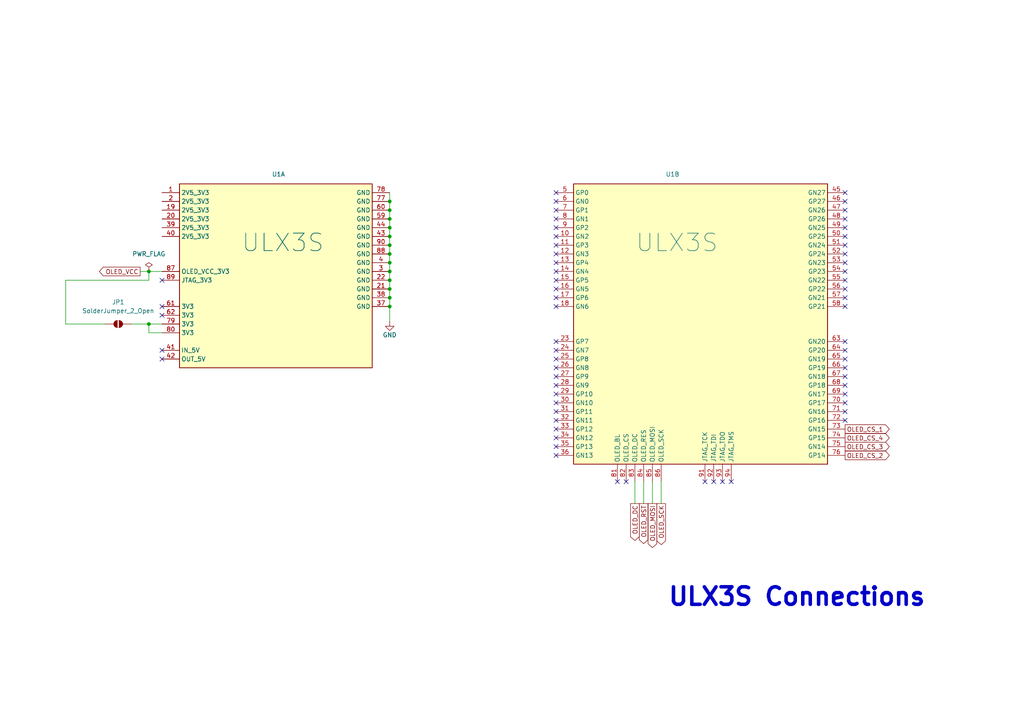
<source format=kicad_sch>
(kicad_sch (version 20231120) (generator "eeschema") (generator_version "8.0")
  (paper "A4")
  (lib_symbols
    (symbol "Jumper:SolderJumper_2_Open" (pin_numbers hide) (pin_names (offset 0) hide) (exclude_from_sim yes) (in_bom no)
      (property "Reference" "JP" (at 0 2.032 0))
      (property "Value" "SolderJumper_2_Open" (at 0 -2.54 0))
      (symbol "SolderJumper_2_Open_0_1"
        (arc (start -0.254 1.016) (mid -1.2656 0) (end -0.254 -1.016))
        (arc (start -0.254 1.016) (mid -1.2656 0) (end -0.254 -1.016) (fill (type outline)))
        (polyline (pts (xy -0.254 1.016) (xy -0.254 -1.016)))
        (polyline (pts (xy 0.254 1.016) (xy 0.254 -1.016)))
        (arc (start 0.254 -1.016) (mid 1.2656 0) (end 0.254 1.016))
        (arc (start 0.254 -1.016) (mid 1.2656 0) (end 0.254 1.016) (fill (type outline)))
      )
      (symbol "SolderJumper_2_Open_1_1"
        (pin passive line (at -3.81 0 0) (length 2.54) (name "A") (number "1"))
        (pin passive line (at 3.81 0 180) (length 2.54) (name "B") (number "2"))
      )
    )
    (symbol "KicadParts:ULX3S"
      (property "Reference" "U" (at 28.702 2.794 0))
      (property "Value" "ULX3S" (at 29.972 -17.018 0))
      (symbol "ULX3S_1_1"
        (rectangle (start 0 0) (end 55.88 -53.34) (stroke (width 0.254)) (fill (type background)))
        (pin power_in line (at -5.08 -2.54 0) (length 5.08) (name "2V5_3V3") (number "1"))
        (pin power_in line (at -5.08 -7.62 0) (length 5.08) (name "2V5_3V3") (number "19"))
        (pin power_out line (at -5.08 -5.08 0) (length 5.08) (name "2V5_3V3") (number "2"))
        (pin power_in line (at -5.08 -10.16 0) (length 5.08) (name "2V5_3V3") (number "20"))
        (pin power_in line (at 60.96 -30.48 180) (length 5.08) (name "GND") (number "21"))
        (pin power_in line (at 60.96 -27.94 180) (length 5.08) (name "GND") (number "22"))
        (pin power_in line (at 60.96 -25.4 180) (length 5.08) (name "GND") (number "3"))
        (pin power_in line (at 60.96 -35.56 180) (length 5.08) (name "GND") (number "37"))
        (pin power_in line (at 60.96 -33.02 180) (length 5.08) (name "GND") (number "38"))
        (pin power_in line (at -5.08 -12.7 0) (length 5.08) (name "2V5_3V3") (number "39"))
        (pin power_in line (at 60.96 -22.86 180) (length 5.08) (name "GND") (number "4"))
        (pin power_in line (at -5.08 -15.24 0) (length 5.08) (name "2V5_3V3") (number "40"))
        (pin power_in line (at -5.08 -48.26 0) (length 5.08) (name "IN_5V") (number "41"))
        (pin power_out line (at -5.08 -50.8 0) (length 5.08) (name "OUT_5V") (number "42"))
        (pin power_in line (at 60.96 -15.24 180) (length 5.08) (name "GND") (number "43"))
        (pin power_in line (at 60.96 -12.7 180) (length 5.08) (name "GND") (number "44"))
        (pin power_in line (at 60.96 -10.16 180) (length 5.08) (name "GND") (number "59"))
        (pin power_in line (at 60.96 -7.62 180) (length 5.08) (name "GND") (number "60"))
        (pin power_in line (at -5.08 -35.56 0) (length 5.08) (name "3V3") (number "61"))
        (pin power_in line (at -5.08 -38.1 0) (length 5.08) (name "3V3") (number "62"))
        (pin power_in line (at 60.96 -5.08 180) (length 5.08) (name "GND") (number "77"))
        (pin power_in line (at 60.96 -2.54 180) (length 5.08) (name "GND") (number "78"))
        (pin power_in line (at -5.08 -40.64 0) (length 5.08) (name "3V3") (number "79"))
        (pin power_in line (at -5.08 -43.18 0) (length 5.08) (name "3V3") (number "80"))
        (pin power_out line (at -5.08 -25.4 0) (length 5.08) (name "OLED_VCC_3V3") (number "87"))
        (pin power_in line (at 60.96 -20.32 180) (length 5.08) (name "GND") (number "88"))
        (pin power_out line (at -5.08 -27.94 0) (length 5.08) (name "JTAG_3V3") (number "89"))
        (pin power_in line (at 60.96 -17.78 180) (length 5.08) (name "GND") (number "90"))
      )
      (symbol "ULX3S_2_1"
        (rectangle (start 0 0) (end 73.66 -81.28) (stroke (width 0.254)) (fill (type background)))
        (pin passive line (at -5.08 -15.24 0) (length 5.08) (name "GN2") (number "10"))
        (pin passive line (at -5.08 -17.78 0) (length 5.08) (name "GP3") (number "11"))
        (pin passive line (at -5.08 -20.32 0) (length 5.08) (name "GN3") (number "12"))
        (pin passive line (at -5.08 -22.86 0) (length 5.08) (name "GP4") (number "13"))
        (pin passive line (at -5.08 -25.4 0) (length 5.08) (name "GN4") (number "14"))
        (pin passive line (at -5.08 -27.94 0) (length 5.08) (name "GP5") (number "15"))
        (pin passive line (at -5.08 -30.48 0) (length 5.08) (name "GN5") (number "16"))
        (pin passive line (at -5.08 -33.02 0) (length 5.08) (name "GP6") (number "17"))
        (pin passive line (at -5.08 -35.56 0) (length 5.08) (name "GN6") (number "18"))
        (pin passive line (at -5.08 -45.72 0) (length 5.08) (name "GP7") (number "23"))
        (pin passive line (at -5.08 -48.26 0) (length 5.08) (name "GN7") (number "24"))
        (pin passive line (at -5.08 -50.8 0) (length 5.08) (name "GP8") (number "25"))
        (pin passive line (at -5.08 -53.34 0) (length 5.08) (name "GN8") (number "26"))
        (pin passive line (at -5.08 -55.88 0) (length 5.08) (name "GP9") (number "27"))
        (pin passive line (at -5.08 -58.42 0) (length 5.08) (name "GN9") (number "28"))
        (pin passive line (at -5.08 -60.96 0) (length 5.08) (name "GP10") (number "29"))
        (pin passive line (at -5.08 -63.5 0) (length 5.08) (name "GN10") (number "30"))
        (pin passive line (at -5.08 -66.04 0) (length 5.08) (name "GP11") (number "31"))
        (pin passive line (at -5.08 -68.58 0) (length 5.08) (name "GN11") (number "32"))
        (pin passive line (at -5.08 -71.12 0) (length 5.08) (name "GP12") (number "33"))
        (pin passive line (at -5.08 -73.66 0) (length 5.08) (name "GN12") (number "34"))
        (pin passive line (at -5.08 -76.2 0) (length 5.08) (name "GP13") (number "35"))
        (pin passive line (at -5.08 -78.74 0) (length 5.08) (name "GN13") (number "36"))
        (pin passive line (at 78.74 -2.54 180) (length 5.08) (name "GN27") (number "45"))
        (pin passive line (at 78.74 -5.08 180) (length 5.08) (name "GP27") (number "46"))
        (pin passive line (at 78.74 -7.62 180) (length 5.08) (name "GN26") (number "47"))
        (pin passive line (at 78.74 -10.16 180) (length 5.08) (name "GP26") (number "48"))
        (pin passive line (at 78.74 -12.7 180) (length 5.08) (name "GN25") (number "49"))
        (pin passive line (at -5.08 -2.54 0) (length 5.08) (name "GP0") (number "5"))
        (pin passive line (at 78.74 -15.24 180) (length 5.08) (name "GP25") (number "50"))
        (pin passive line (at 78.74 -17.78 180) (length 5.08) (name "GN24") (number "51"))
        (pin passive line (at 78.74 -20.32 180) (length 5.08) (name "GP24") (number "52"))
        (pin passive line (at 78.74 -22.86 180) (length 5.08) (name "GN23") (number "53"))
        (pin passive line (at 78.74 -25.4 180) (length 5.08) (name "GP23") (number "54"))
        (pin passive line (at 78.74 -27.94 180) (length 5.08) (name "GN22") (number "55"))
        (pin passive line (at 78.74 -30.48 180) (length 5.08) (name "GP22") (number "56"))
        (pin passive line (at 78.74 -33.02 180) (length 5.08) (name "GN21") (number "57"))
        (pin passive line (at 78.74 -35.56 180) (length 5.08) (name "GP21") (number "58"))
        (pin passive line (at -5.08 -5.08 0) (length 5.08) (name "GN0") (number "6"))
        (pin passive line (at 78.74 -45.72 180) (length 5.08) (name "GN20") (number "63"))
        (pin passive line (at 78.74 -48.26 180) (length 5.08) (name "GP20") (number "64"))
        (pin passive line (at 78.74 -50.8 180) (length 5.08) (name "GN19") (number "65"))
        (pin passive line (at 78.74 -53.34 180) (length 5.08) (name "GP19") (number "66"))
        (pin passive line (at 78.74 -55.88 180) (length 5.08) (name "GN18") (number "67"))
        (pin passive line (at 78.74 -58.42 180) (length 5.08) (name "GP18") (number "68"))
        (pin passive line (at 78.74 -60.96 180) (length 5.08) (name "GN17") (number "69"))
        (pin passive line (at -5.08 -7.62 0) (length 5.08) (name "GP1") (number "7"))
        (pin passive line (at 78.74 -63.5 180) (length 5.08) (name "GP17") (number "70"))
        (pin passive line (at 78.74 -66.04 180) (length 5.08) (name "GN16") (number "71"))
        (pin passive line (at 78.74 -68.58 180) (length 5.08) (name "GP16") (number "72"))
        (pin passive line (at 78.74 -71.12 180) (length 5.08) (name "GN15") (number "73"))
        (pin passive line (at 78.74 -73.66 180) (length 5.08) (name "GP15") (number "74"))
        (pin passive line (at 78.74 -76.2 180) (length 5.08) (name "GN14") (number "75"))
        (pin passive line (at 78.74 -78.74 180) (length 5.08) (name "GP14") (number "76"))
        (pin passive line (at -5.08 -10.16 0) (length 5.08) (name "GN1") (number "8"))
        (pin passive line (at 12.7 -86.36 90) (length 5.08) (name "OLED_BL") (number "81"))
        (pin passive line (at 15.24 -86.36 90) (length 5.08) (name "OLED_CS") (number "82"))
        (pin passive line (at 17.78 -86.36 90) (length 5.08) (name "OLED_DC") (number "83"))
        (pin passive line (at 20.32 -86.36 90) (length 5.08) (name "OLED_RES") (number "84"))
        (pin passive line (at 22.86 -86.36 90) (length 5.08) (name "OLED_MOSI") (number "85"))
        (pin passive line (at 25.4 -86.36 90) (length 5.08) (name "OLED_SCK") (number "86"))
        (pin passive line (at -5.08 -12.7 0) (length 5.08) (name "GP2") (number "9"))
        (pin passive line (at 38.1 -86.36 90) (length 5.08) (name "JTAG_TCK") (number "91"))
        (pin passive line (at 40.64 -86.36 90) (length 5.08) (name "JTAG_TDI") (number "92"))
        (pin passive line (at 43.18 -86.36 90) (length 5.08) (name "JTAG_TDO") (number "93"))
        (pin passive line (at 45.72 -86.36 90) (length 5.08) (name "JTAG_TMS") (number "94"))
      )
    )
    (symbol "power:GND" (power) (pin_numbers hide) (pin_names (offset 0) hide)
      (property "Value" "GND" (at 0 -3.81 0))
      (symbol "GND_0_1"
        (polyline (pts (xy 0 0) (xy 0 -1.27) (xy 1.27 -1.27) (xy 0 -2.54) (xy -1.27 -1.27) (xy 0 -1.27)))
      )
      (symbol "GND_1_1"
        (pin power_in line (at 0 0 270) (length 0) (name "~") (number "1"))
      )
    )
    (symbol "power:PWR_FLAG" (power) (pin_numbers hide) (pin_names (offset 0) hide)
      (property "Value" "PWR_FLAG" (at 0 3.81 0))
      (symbol "PWR_FLAG_0_0"
        (pin power_out line (at 0 0 90) (length 0) (name "~") (number "1"))
      )
      (symbol "PWR_FLAG_0_1"
        (polyline (pts (xy 0 0) (xy 0 1.27) (xy -1.016 1.905) (xy 0 2.54) (xy 1.016 1.905) (xy 0 1.27)))
      )
    )
  )
  (junction (at 43.18 78.74))
  (junction (at 113.03 81.28))
  (junction (at 43.18 93.98))
  (junction (at 113.03 86.36))
  (junction (at 113.03 68.58))
  (junction (at 113.03 66.04))
  (junction (at 113.03 88.9))
  (junction (at 113.03 76.2))
  (junction (at 113.03 60.96))
  (junction (at 113.03 71.12))
  (junction (at 113.03 58.42))
  (junction (at 113.03 83.82))
  (junction (at 113.03 73.66))
  (junction (at 113.03 78.74))
  (junction (at 113.03 63.5))
  (no_connect (at 161.29 83.82))
  (no_connect (at 245.11 116.84))
  (no_connect (at 161.29 55.88))
  (no_connect (at 245.11 101.6))
  (no_connect (at 161.29 109.22))
  (no_connect (at 209.55 139.7))
  (no_connect (at 161.29 132.08))
  (no_connect (at 204.47 139.7))
  (no_connect (at 207.01 139.7))
  (no_connect (at 161.29 73.66))
  (no_connect (at 245.11 71.12))
  (no_connect (at 179.07 139.7))
  (no_connect (at 161.29 119.38))
  (no_connect (at 161.29 106.68))
  (no_connect (at 245.11 78.74))
  (no_connect (at 245.11 68.58))
  (no_connect (at 245.11 121.92))
  (no_connect (at 245.11 119.38))
  (no_connect (at 161.29 101.6))
  (no_connect (at 245.11 86.36))
  (no_connect (at 245.11 88.9))
  (no_connect (at 245.11 99.06))
  (no_connect (at 161.29 68.58))
  (no_connect (at 46.99 81.28))
  (no_connect (at 161.29 60.96))
  (no_connect (at 161.29 104.14))
  (no_connect (at 161.29 76.2))
  (no_connect (at 245.11 106.68))
  (no_connect (at 161.29 114.3))
  (no_connect (at 245.11 76.2))
  (no_connect (at 245.11 60.96))
  (no_connect (at 161.29 81.28))
  (no_connect (at 245.11 83.82))
  (no_connect (at 245.11 111.76))
  (no_connect (at 161.29 66.04))
  (no_connect (at 161.29 78.74))
  (no_connect (at 161.29 111.76))
  (no_connect (at 161.29 99.06))
  (no_connect (at 245.11 109.22))
  (no_connect (at 212.09 139.7))
  (no_connect (at 181.61 139.7))
  (no_connect (at 46.99 88.9))
  (no_connect (at 161.29 124.46))
  (no_connect (at 46.99 104.14))
  (no_connect (at 161.29 121.92))
  (no_connect (at 161.29 127))
  (no_connect (at 161.29 71.12))
  (no_connect (at 245.11 58.42))
  (no_connect (at 245.11 63.5))
  (no_connect (at 245.11 114.3))
  (no_connect (at 245.11 73.66))
  (no_connect (at 161.29 116.84))
  (no_connect (at 245.11 66.04))
  (no_connect (at 161.29 88.9))
  (no_connect (at 245.11 81.28))
  (no_connect (at 161.29 86.36))
  (no_connect (at 245.11 104.14))
  (no_connect (at 161.29 63.5))
  (no_connect (at 161.29 58.42))
  (no_connect (at 161.29 129.54))
  (no_connect (at 46.99 91.44))
  (no_connect (at 46.99 101.6))
  (no_connect (at 245.11 55.88))
  (wire (pts (xy 38.1 93.98) (xy 43.18 93.98)))
  (wire (pts (xy 113.03 55.88) (xy 113.03 58.42)))
  (wire (pts (xy 113.03 78.74) (xy 113.03 81.28)))
  (wire (pts (xy 113.03 63.5) (xy 113.03 66.04)))
  (wire (pts (xy 40.64 78.74) (xy 43.18 78.74)))
  (wire (pts (xy 184.15 139.7) (xy 184.15 146.05)))
  (wire (pts (xy 43.18 81.28) (xy 43.18 78.74)))
  (wire (pts (xy 113.03 68.58) (xy 113.03 71.12)))
  (wire (pts (xy 113.03 60.96) (xy 113.03 63.5)))
  (wire (pts (xy 113.03 76.2) (xy 113.03 78.74)))
  (wire (pts (xy 30.48 93.98) (xy 19.05 93.98)))
  (wire (pts (xy 113.03 83.82) (xy 113.03 86.36)))
  (wire (pts (xy 191.77 139.7) (xy 191.77 146.05)))
  (wire (pts (xy 113.03 73.66) (xy 113.03 76.2)))
  (wire (pts (xy 43.18 78.74) (xy 46.99 78.74)))
  (wire (pts (xy 19.05 93.98) (xy 19.05 81.28)))
  (wire (pts (xy 19.05 81.28) (xy 43.18 81.28)))
  (wire (pts (xy 43.18 93.98) (xy 46.99 93.98)))
  (wire (pts (xy 189.23 139.7) (xy 189.23 146.05)))
  (wire (pts (xy 113.03 93.345) (xy 113.03 88.9)))
  (wire (pts (xy 46.99 96.52) (xy 43.18 96.52)))
  (wire (pts (xy 186.69 139.7) (xy 186.69 146.05)))
  (wire (pts (xy 113.03 86.36) (xy 113.03 88.9)))
  (wire (pts (xy 113.03 66.04) (xy 113.03 68.58)))
  (wire (pts (xy 113.03 71.12) (xy 113.03 73.66)))
  (wire (pts (xy 113.03 81.28) (xy 113.03 83.82)))
  (wire (pts (xy 43.18 96.52) (xy 43.18 93.98)))
  (wire (pts (xy 113.03 58.42) (xy 113.03 60.96)))
  (text "ULX3S Connections" (at 231.14 173.228 0) (effects (font (size 5.08 5.08) (thickness 1.016) (bold yes))))
  (global_label "OLED_SCK" (shape output) (at 191.77 146.05 270) (property "Intersheetrefs" "${INTERSHEET_REFS}" (effects (hide yes))))
  (global_label "OLED_MOSI" (shape output) (at 189.23 146.05 270) (property "Intersheetrefs" "${INTERSHEET_REFS}" (effects (hide yes))))
  (global_label "OLED_CS_1" (shape output) (at 245.11 124.46 0) (property "Intersheetrefs" "${INTERSHEET_REFS}" (effects (hide yes))))
  (global_label "OLED_VCC" (shape output) (at 40.64 78.74 180) (property "Intersheetrefs" "${INTERSHEET_REFS}" (effects (hide yes))))
  (global_label "OLED_CS_2" (shape output) (at 245.11 132.08 0) (property "Intersheetrefs" "${INTERSHEET_REFS}" (effects (hide yes))))
  (global_label "OLED_CS_4" (shape output) (at 245.11 127 0) (property "Intersheetrefs" "${INTERSHEET_REFS}" (effects (hide yes))))
  (global_label "OLED_RST" (shape output) (at 186.69 146.05 270) (property "Intersheetrefs" "${INTERSHEET_REFS}" (effects (hide yes))))
  (global_label "OLED_CS_3" (shape output) (at 245.11 129.54 0) (property "Intersheetrefs" "${INTERSHEET_REFS}" (effects (hide yes))))
  (global_label "OLED_DC" (shape output) (at 184.15 146.05 270) (property "Intersheetrefs" "${INTERSHEET_REFS}" (effects (hide yes))))
  (symbol (lib_id "KicadParts:ULX3S") (at 166.37 53.34 0) (unit 2)
    (property "Reference" "U1" (at 195.072 50.546 0))
    (property "Value" "ULX3S" (at 196.342 70.358 0) (effects (font (size 5.08 5.08))))
    (property "Footprint" "Kicad Parts:ULX3S" (effects (hide yes)))
  )
  (symbol (lib_id "Jumper:SolderJumper_2_Open") (at 34.29 93.98 0) (unit 1) (exclude_from_sim yes) (in_bom no)
    (property "Reference" "JP1" (at 34.29 87.63 0))
    (property "Value" "SolderJumper_2_Open" (at 34.29 90.17 0))
    (property "Footprint" "Jumper:SolderJumper-2_P1.3mm_Open_TrianglePad1.0x1.5mm" (effects (hide yes)))
    (property "Description" "Solder Jumper, 2-pole, open" (effects (hide yes)))
  )
  (symbol (lib_id "power:PWR_FLAG") (at 43.18 78.74 0) (unit 1)
    (property "Reference" "#FLG02" (effects (hide yes)))
    (property "Value" "PWR_FLAG" (at 43.18 73.66 0))
    (property "Description" "Special symbol for telling ERC where power comes from" (effects (hide yes)))
  )
  (symbol (lib_id "power:GND") (at 113.03 93.345 0) (unit 1)
    (property "Reference" "#PWR05" (effects (hide yes)))
    (property "Value" "GND" (at 113.03 97.155 0))
    (property "Description" "Power symbol creates a global label with name \"GND\" , ground" (effects (hide yes)))
  )
  (symbol (lib_id "KicadParts:ULX3S") (at 52.07 53.34 0) (unit 1)
    (property "Reference" "U1" (at 80.772 50.546 0))
    (property "Value" "ULX3S" (at 82.042 70.358 0) (effects (font (size 5.08 5.08))))
    (property "Footprint" "Kicad Parts:ULX3S" (effects (hide yes)))
  )
)
</source>
